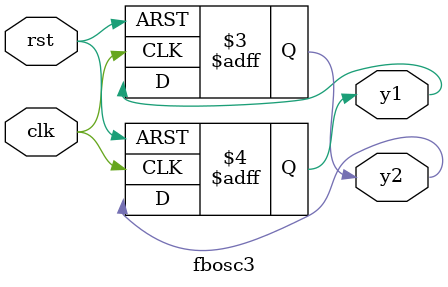
<source format=v>
`timescale 1ns / 1ps

//blocking1
module fbosc1 (y1, y2, clk, rst);
   output y1, y2; 
   input clk, rst; 
   reg y1, y2; 
//ALWAYS #2
always @(posedge clk or posedge rst) 
if (rst==1) y2 = 1; // preset 
else y2 = y1;
//ALWAYS #1
always @(posedge clk or posedge rst)
 if (rst==1) y1 = 0; // reset 
 else y1 = y2; 
 
endmodule


//blocking2
module fbosc2 (y1, y2, clk, rst);
   output y1, y2; 
   input clk, rst; 
   reg y1, y2; 

//ALWAYS #1
always @(posedge clk or posedge rst)
 if (rst==1) y1 = 0; // reset 
 else y1 = y2; 
 
 //ALWAYS #2
always @(posedge clk or posedge rst) 
if (rst==1) y2 = 1; // preset 
else y2 = y1;
 
endmodule

//Non-blocking
module fbosc3 (y1, y2, clk, rst);
   output y1, y2; 
   input clk, rst; 
   reg y1, y2; 
//ALWAYS #1
always @(posedge clk or posedge rst)
 if (rst) y1 <= 0; // reset 
 else y1 <= y2; 
//ALWAYS #2
always @(posedge clk or posedge rst) 
if (rst) y2 <= 1; // preset 
else y2 <= y1; 
endmodule

</source>
